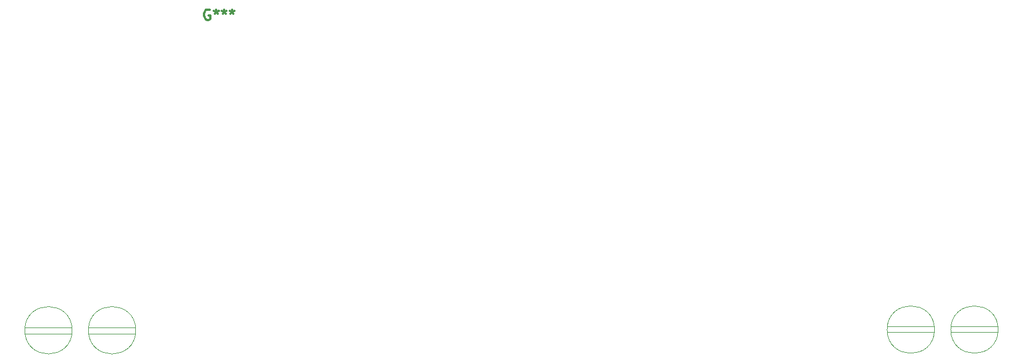
<source format=gbr>
G04 #@! TF.GenerationSoftware,KiCad,Pcbnew,(6.0.5)*
G04 #@! TF.CreationDate,2022-06-05T02:02:10-04:00*
G04 #@! TF.ProjectId,PB_16,50425f31-362e-46b6-9963-61645f706362,v1*
G04 #@! TF.SameCoordinates,Original*
G04 #@! TF.FileFunction,OtherDrawing,Comment*
%FSLAX46Y46*%
G04 Gerber Fmt 4.6, Leading zero omitted, Abs format (unit mm)*
G04 Created by KiCad (PCBNEW (6.0.5)) date 2022-06-05 02:02:10*
%MOMM*%
%LPD*%
G01*
G04 APERTURE LIST*
%ADD10C,0.300000*%
%ADD11C,0.120000*%
G04 APERTURE END LIST*
D10*
X99949723Y-98152042D02*
X99804580Y-98079470D01*
X99586866Y-98079470D01*
X99369152Y-98152042D01*
X99224009Y-98297184D01*
X99151437Y-98442327D01*
X99078866Y-98732613D01*
X99078866Y-98950327D01*
X99151437Y-99240613D01*
X99224009Y-99385756D01*
X99369152Y-99530899D01*
X99586866Y-99603470D01*
X99732009Y-99603470D01*
X99949723Y-99530899D01*
X100022295Y-99458327D01*
X100022295Y-98950327D01*
X99732009Y-98950327D01*
X100893152Y-98079470D02*
X100893152Y-98442327D01*
X100530295Y-98297184D02*
X100893152Y-98442327D01*
X101256009Y-98297184D01*
X100675437Y-98732613D02*
X100893152Y-98442327D01*
X101110866Y-98732613D01*
X102054295Y-98079470D02*
X102054295Y-98442327D01*
X101691437Y-98297184D02*
X102054295Y-98442327D01*
X102417152Y-98297184D01*
X101836580Y-98732613D02*
X102054295Y-98442327D01*
X102272009Y-98732613D01*
X103215437Y-98079470D02*
X103215437Y-98442327D01*
X102852580Y-98297184D02*
X103215437Y-98442327D01*
X103578295Y-98297184D01*
X102997723Y-98732613D02*
X103215437Y-98442327D01*
X103433152Y-98732613D01*
D11*
X82101000Y-145117800D02*
X88901000Y-145117800D01*
X79501000Y-146017800D02*
X72701000Y-146017800D01*
X82101000Y-146017800D02*
X88901000Y-146017800D01*
X79501000Y-145117800D02*
X72701000Y-145117800D01*
X89002428Y-145517800D02*
G75*
G03*
X89002428Y-145517800I-3501428J0D01*
G01*
X79601000Y-145517800D02*
G75*
G03*
X79601000Y-145517800I-3500000J0D01*
G01*
X209501000Y-145817800D02*
X216301000Y-145817800D01*
X206901000Y-144917800D02*
X200101000Y-144917800D01*
X209501000Y-144917800D02*
X216301000Y-144917800D01*
X206901000Y-145817800D02*
X200101000Y-145817800D01*
X216401000Y-145417800D02*
G75*
G03*
X216401000Y-145417800I-3500000J0D01*
G01*
X207002428Y-145417800D02*
G75*
G03*
X207002428Y-145417800I-3501428J0D01*
G01*
M02*

</source>
